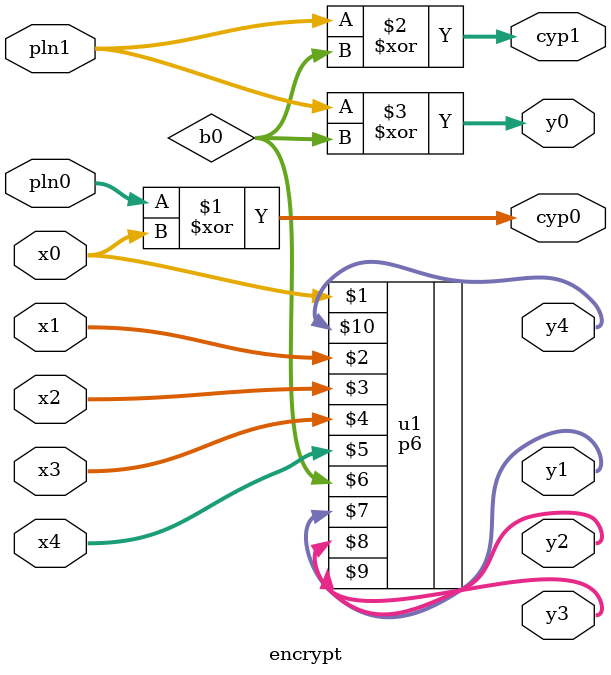
<source format=v>
module encrypt(x0, x1, x2, x3, x4, y0, y1, y2, y3, y4, pln0, pln1, cyp0, cyp1);
	input [63:0] x0, x1, x2, x3, x4, pln0, pln1;
	output [63:0] y0, y1, y2, y3, y4, cyp0, cyp1;
		
	assign cyp0 = pln0^x0;

	wire [63:0]  b0, b1, b2, b3, b4, c0, d0;
	p6 u1(x0, x1, x2, x3, x4, b0, y1, y2, y3, y4); 	
	assign cyp1 = pln1^b0;
	assign y0 = pln1^b0;


	endmodule


</source>
